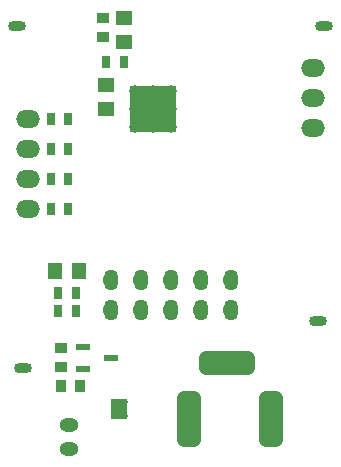
<source format=gbr>
G04*
G04 #@! TF.GenerationSoftware,Altium Limited,Altium Designer,22.4.2 (48)*
G04*
G04 Layer_Color=255*
%FSLAX44Y44*%
%MOMM*%
G71*
G04*
G04 #@! TF.SameCoordinates,838EBF20-BE27-4DE5-A25A-4BBD7161CD63*
G04*
G04*
G04 #@! TF.FilePolarity,Positive*
G04*
G01*
G75*
%ADD16R,4.0000X4.0000*%
%ADD17R,1.0000X0.9500*%
%ADD18R,1.4500X1.7500*%
%ADD20R,0.7500X1.0000*%
%ADD42C,1.0000*%
%ADD43C,0.5080*%
%ADD44O,1.6000X1.2000*%
%ADD45O,1.2700X1.7780*%
G04:AMPARAMS|DCode=46|XSize=4.7mm|YSize=2mm|CornerRadius=0.5mm|HoleSize=0mm|Usage=FLASHONLY|Rotation=90.000|XOffset=0mm|YOffset=0mm|HoleType=Round|Shape=RoundedRectangle|*
%AMROUNDEDRECTD46*
21,1,4.7000,1.0000,0,0,90.0*
21,1,3.7000,2.0000,0,0,90.0*
1,1,1.0000,0.5000,1.8500*
1,1,1.0000,0.5000,-1.8500*
1,1,1.0000,-0.5000,-1.8500*
1,1,1.0000,-0.5000,1.8500*
%
%ADD46ROUNDEDRECTD46*%
G04:AMPARAMS|DCode=47|XSize=4.7mm|YSize=2mm|CornerRadius=0.5mm|HoleSize=0mm|Usage=FLASHONLY|Rotation=0.000|XOffset=0mm|YOffset=0mm|HoleType=Round|Shape=RoundedRectangle|*
%AMROUNDEDRECTD47*
21,1,4.7000,1.0000,0,0,0.0*
21,1,3.7000,2.0000,0,0,0.0*
1,1,1.0000,1.8500,-0.5000*
1,1,1.0000,-1.8500,-0.5000*
1,1,1.0000,-1.8500,0.5000*
1,1,1.0000,1.8500,0.5000*
%
%ADD47ROUNDEDRECTD47*%
%ADD48O,2.0000X1.5000*%
%ADD49O,1.5000X0.9000*%
%ADD72R,0.9500X1.0000*%
%ADD73R,1.1500X0.6000*%
%ADD74R,1.1500X1.4500*%
%ADD75R,1.4500X1.1500*%
D16*
X135000Y309600D02*
D03*
D17*
X57150Y107060D02*
D03*
Y91060D02*
D03*
X92710Y370800D02*
D03*
Y386800D02*
D03*
D18*
X106680Y55880D02*
D03*
D20*
X54730Y138430D02*
D03*
X69730D02*
D03*
X48500Y250190D02*
D03*
X63500D02*
D03*
X69730Y154220D02*
D03*
X54730D02*
D03*
X95370Y349250D02*
D03*
X110370D02*
D03*
X48500Y300990D02*
D03*
X63500D02*
D03*
Y224790D02*
D03*
X48500D02*
D03*
X63500Y275590D02*
D03*
X48500D02*
D03*
D42*
X135000Y309600D02*
D03*
Y294600D02*
D03*
Y324670D02*
D03*
X150000Y309600D02*
D03*
X120000D02*
D03*
Y294600D02*
D03*
X150000D02*
D03*
Y324670D02*
D03*
X120000D02*
D03*
D43*
X111180Y49880D02*
D03*
X102180D02*
D03*
X111180Y61880D02*
D03*
X102180D02*
D03*
D44*
X64000Y22000D02*
D03*
Y42000D02*
D03*
D45*
X150000Y165100D02*
D03*
X175400Y139700D02*
D03*
X124600Y165100D02*
D03*
Y139700D02*
D03*
X99200Y165100D02*
D03*
Y139700D02*
D03*
X150000D02*
D03*
X200800D02*
D03*
Y165100D02*
D03*
X175400Y165100D02*
D03*
D46*
X235000Y46990D02*
D03*
X166000D02*
D03*
D47*
X197500Y94990D02*
D03*
D48*
X270510Y344170D02*
D03*
Y293370D02*
D03*
Y318770D02*
D03*
X29000Y224790D02*
D03*
Y275590D02*
D03*
Y250190D02*
D03*
Y300990D02*
D03*
D49*
X275000Y130000D02*
D03*
X25000Y90000D02*
D03*
X20000Y380000D02*
D03*
X280000D02*
D03*
D72*
X73150Y74930D02*
D03*
X57150D02*
D03*
D73*
X76200Y89560D02*
D03*
Y108560D02*
D03*
X99200Y99060D02*
D03*
D74*
X72230Y172720D02*
D03*
X52230D02*
D03*
D75*
X95370Y329600D02*
D03*
Y309600D02*
D03*
X110490Y366800D02*
D03*
Y386800D02*
D03*
M02*

</source>
